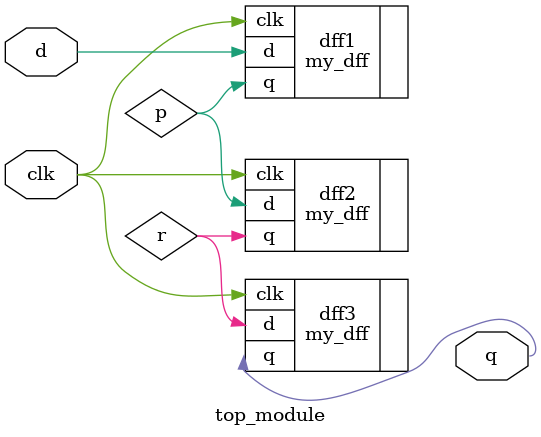
<source format=v>
module top_module( input clk, input d, output q );

    wire p,r;

    my_dff dff1(.clk(clk),.d(d),.q(p));
    my_dff dff2(.clk(clk),.d(p),.q(r));
    my_dff dff3(.clk(clk),.d(r),.q(q));
    
endmodule


</source>
